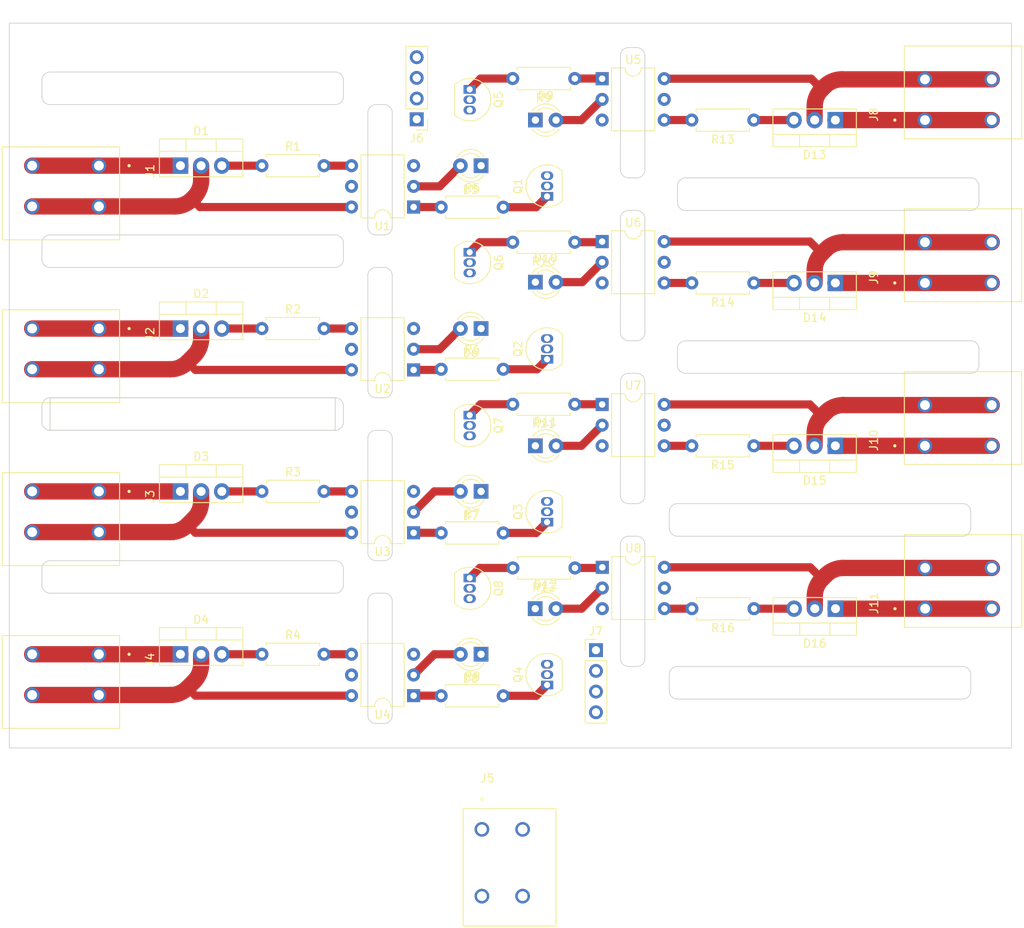
<source format=kicad_pcb>
(kicad_pcb (version 20211014) (generator pcbnew)
  (layers (0 "F.Cu" signal) (31 "B.Cu" signal) (34 "B.Paste" user) (35 "F.Paste" user) (36 "B.SilkS" user "B.Silkscreen") (37 "F.SilkS" user "F.Silkscreen") (38 "B.Mask" user) (39 "F.Mask" user) (44 "Edge.Cuts" user))
  (net 0 "")
  (net 1 "Net-(D1-Pad1)")
  (net 2 "Net-(J1-Pad2_1)")
  (net 3 "Net-(D1-Pad3)")
  (net 4 "Net-(D2-Pad1)")
  (net 5 "Net-(D2-Pad2)")
  (net 6 "Net-(D2-Pad3)")
  (net 7 "Net-(D3-Pad1)")
  (net 8 "Net-(D3-Pad2)")
  (net 9 "Net-(D3-Pad3)")
  (net 10 "Net-(D4-Pad1)")
  (net 11 "Net-(D4-Pad2)")
  (net 12 "Net-(D4-Pad3)")
  (net 13 "GND")
  (net 14 "Net-(U1-Pad2)")
  (net 15 "Net-(D6-Pad2)")
  (net 16 "Net-(D7-Pad2)")
  (net 17 "Net-(D8-Pad2)")
  (net 18 "Net-(D9-Pad2)")
  (net 19 "Net-(D10-Pad2)")
  (net 20 "Net-(D11-Pad2)")
  (net 21 "Net-(D12-Pad2)")
  (net 22 "Net-(D13-Pad1)")
  (net 23 "Net-(D13-Pad2)")
  (net 24 "Net-(D13-Pad3)")
  (net 25 "Net-(D14-Pad1)")
  (net 26 "Net-(D14-Pad2)")
  (net 27 "Net-(D14-Pad3)")
  (net 28 "Net-(D15-Pad1)")
  (net 29 "Net-(D15-Pad2)")
  (net 30 "Net-(D15-Pad3)")
  (net 31 "Net-(D16-Pad1)")
  (net 32 "Net-(D16-Pad2)")
  (net 33 "Net-(D16-Pad3)")
  (net 34 "VCC")
  (net 35 "Net-(J6-Pad1)")
  (net 36 "Net-(J6-Pad2)")
  (net 37 "Net-(J6-Pad3)")
  (net 38 "Net-(J6-Pad4)")
  (net 39 "Net-(J7-Pad1)")
  (net 40 "Net-(J7-Pad2)")
  (net 41 "Net-(J7-Pad3)")
  (net 42 "Net-(J7-Pad4)")
  (net 43 "Net-(R5-Pad2)")
  (net 44 "Net-(Q2-Pad1)")
  (net 45 "Net-(Q3-Pad1)")
  (net 46 "Net-(Q4-Pad1)")
  (net 47 "Net-(Q5-Pad1)")
  (net 48 "Net-(Q6-Pad1)")
  (net 49 "Net-(Q7-Pad1)")
  (net 50 "Net-(Q8-Pad1)")
  (net 51 "Net-(R1-Pad2)")
  (net 52 "Net-(R2-Pad2)")
  (net 53 "Net-(R3-Pad2)")
  (net 54 "Net-(R4-Pad2)")
  (net 55 "Net-(R5-Pad1)")
  (net 56 "Net-(R6-Pad1)")
  (net 57 "Net-(R7-Pad1)")
  (net 58 "Net-(R8-Pad1)")
  (net 59 "Net-(R9-Pad1)")
  (net 60 "Net-(R10-Pad1)")
  (net 61 "Net-(R11-Pad1)")
  (net 62 "Net-(R12-Pad1)")
  (net 63 "Net-(R13-Pad2)")
  (net 64 "Net-(R14-Pad2)")
  (net 65 "Net-(R15-Pad2)")
  (net 66 "Net-(R16-Pad2)")
  (footprint "Resistor_THT:R_Axial_DIN0207_L6.3mm_D2.5mm_P7.62mm_Horizontal" (layer "F.Cu") (at 155.42 129.9 180)
    (fp_text reference "R12")
    (fp_text value "470")
  )
  (footprint "LED_THT:LED_D3.0mm" (layer "F.Cu") (at 150.56 114.9)
    (fp_text reference "D11")
    (fp_text value "LED")
  )
  (footprint "Resistor_THT:R_Axial_DIN0207_L6.3mm_D2.5mm_P7.62mm_Horizontal" (layer "F.Cu") (at 155.4 109.8 180)
    (fp_text reference "R11")
    (fp_text value "470")
  )
  (footprint "Package_DIP:DIP-6_W7.62mm" (layer "F.Cu") (at 158.7575 89.82)
    (fp_text reference "U6")
    (fp_text value "MOC3063M")
  )
  (footprint "Resistor_THT:R_Axial_DIN0207_L6.3mm_D2.5mm_P7.62mm_Horizontal" (layer "F.Cu") (at 117 140.5)
    (fp_text reference "R4")
    (fp_text value "330")
  )
  (footprint "Package_TO_SOT_THT:TO-92_Inline" (layer "F.Cu") (at 142.5 131.13 -90)
    (fp_text reference "Q8")
    (fp_text value "2N3904")
  )
  (footprint "footprints:PHOENIX_1990973" (layer "F.Cu") (at 85.13 78.2 -90)
    (fp_text reference "J1")
    (fp_text value "Conn_01x02_Female")
  )
  (footprint "Package_TO_SOT_THT:TO-92_Inline" (layer "F.Cu") (at 152 104.27 90)
    (fp_text reference "Q2")
    (fp_text value "2N3904")
  )
  (footprint "LED_THT:LED_D3.0mm" (layer "F.Cu") (at 143.9 100.5 180)
    (fp_text reference "D6")
    (fp_text value "LED")
  )
  (footprint "Resistor_THT:R_Axial_DIN0207_L6.3mm_D2.5mm_P7.62mm_Horizontal" (layer "F.Cu") (at 177.3975 134.9 180)
    (fp_text reference "R16")
    (fp_text value "330")
  )
  (footprint "footprints:PHOENIX_1990973" (layer "F.Cu") (at 210.2675 137.2 90)
    (fp_text reference "J11")
    (fp_text value "Conn_01x02_Female")
  )
  (footprint "footprints:PHOENIX_1990973" (layer "F.Cu") (at 210.2475 77.2 90)
    (fp_text reference "J8")
    (fp_text value "Conn_01x02_Female")
  )
  (footprint "footprints:PHOENIX_1990973" (layer "F.Cu") (at 210.2475 117.2 90)
    (fp_text reference "J10")
    (fp_text value "Conn_01x02_Female")
  )
  (footprint "Package_TO_SOT_THT:TO-92_Inline" (layer "F.Cu") (at 152 144.27 90)
    (fp_text reference "Q4")
    (fp_text value "2N3904")
  )
  (footprint "LED_THT:LED_D3.0mm" (layer "F.Cu") (at 143.9 120.5 180)
    (fp_text reference "D7")
    (fp_text value "LED")
  )
  (footprint "Connector_PinHeader_2.54mm:PinHeader_1x04_P2.54mm_Vertical" (layer "F.Cu") (at 136 74.8 180)
    (fp_text reference "J6")
    (fp_text value "Conn_01x04_Female")
  )
  (footprint "Resistor_THT:R_Axial_DIN0207_L6.3mm_D2.5mm_P7.62mm_Horizontal" (layer "F.Cu") (at 155.4 89.9 180)
    (fp_text reference "R10")
    (fp_text value "470")
  )
  (footprint "Resistor_THT:R_Axial_DIN0207_L6.3mm_D2.5mm_P7.62mm_Horizontal" (layer "F.Cu") (at 117 100.5)
    (fp_text reference "R2")
    (fp_text value "330")
  )
  (footprint "Resistor_THT:R_Axial_DIN0207_L6.3mm_D2.5mm_P7.62mm_Horizontal" (layer "F.Cu") (at 117 80.5)
    (fp_text reference "R1")
    (fp_text value "330")
  )
  (footprint "Package_TO_SOT_THT:TO-92_Inline" (layer "F.Cu") (at 142.5 91.13 -90)
    (fp_text reference "Q6")
    (fp_text value "2N3904")
  )
  (footprint "Package_TO_SOT_THT:TO-220-3_Vertical" (layer "F.Cu") (at 187.3975 134.9 180)
    (fp_text reference "D16")
    (fp_text value "Q_TRIAC_A1A2G")
  )
  (footprint "Package_TO_SOT_THT:TO-220-3_Vertical" (layer "F.Cu") (at 187.3775 114.9 180)
    (fp_text reference "D15")
    (fp_text value "Q_TRIAC_A1A2G")
  )
  (footprint "Package_DIP:DIP-6_W7.62mm" (layer "F.Cu") (at 158.7575 109.82)
    (fp_text reference "U7")
    (fp_text value "MOC3063M")
  )
  (footprint "Resistor_THT:R_Axial_DIN0207_L6.3mm_D2.5mm_P7.62mm_Horizontal" (layer "F.Cu") (at 177.3775 114.9 180)
    (fp_text reference "R15")
    (fp_text value "330")
  )
  (footprint "LED_THT:LED_D3.0mm" (layer "F.Cu") (at 143.9 80.5 180)
    (fp_text reference "D5")
    (fp_text value "LED")
  )
  (footprint "footprints:PHOENIX_1990973" (layer "F.Cu") (at 85.13 98.2 -90)
    (fp_text reference "J2")
    (fp_text value "Conn_01x02_Female")
  )
  (footprint "Package_TO_SOT_THT:TO-220-3_Vertical" (layer "F.Cu") (at 187.3775 74.9 180)
    (fp_text reference "D13")
    (fp_text value "Q_TRIAC_A1A2G")
  )
  (footprint "Resistor_THT:R_Axial_DIN0207_L6.3mm_D2.5mm_P7.62mm_Horizontal" (layer "F.Cu") (at 139 85.6)
    (fp_text reference "R5")
    (fp_text value "470")
  )
  (footprint "Package_TO_SOT_THT:TO-220-3_Vertical" (layer "F.Cu") (at 107 120.5)
    (fp_text reference "D3")
    (fp_text value "Q_TRIAC_A1A2G")
  )
  (footprint "Resistor_THT:R_Axial_DIN0207_L6.3mm_D2.5mm_P7.62mm_Horizontal" (layer "F.Cu") (at 177.3775 74.9 180)
    (fp_text reference "R13")
    (fp_text value "330")
  )
  (footprint "Resistor_THT:R_Axial_DIN0207_L6.3mm_D2.5mm_P7.62mm_Horizontal" (layer "F.Cu") (at 139 125.6)
    (fp_text reference "R7")
    (fp_text value "470")
  )
  (footprint "Package_TO_SOT_THT:TO-220-3_Vertical" (layer "F.Cu") (at 107 140.5)
    (fp_text reference "D4")
    (fp_text value "Q_TRIAC_A1A2G")
  )
  (footprint "Package_TO_SOT_THT:TO-92_Inline" (layer "F.Cu") (at 142.5 111.13 -90)
    (fp_text reference "Q7")
    (fp_text value "2N3904")
  )
  (footprint "Resistor_THT:R_Axial_DIN0207_L6.3mm_D2.5mm_P7.62mm_Horizontal" (layer "F.Cu") (at 139 145.6)
    (fp_text reference "R8")
    (fp_text value "470")
  )
  (footprint "LED_THT:LED_D3.0mm" (layer "F.Cu") (at 150.545 134.9)
    (fp_text reference "D12")
    (fp_text value "LED")
  )
  (footprint "Package_TO_SOT_THT:TO-92_Inline" (layer "F.Cu") (at 142.5 71.13 -90)
    (fp_text reference "Q5")
    (fp_text value "2N3904")
  )
  (footprint "LED_THT:LED_D3.0mm" (layer "F.Cu") (at 143.9 140.5 180)
    (fp_text reference "D8")
    (fp_text value "LED")
  )
  (footprint "Resistor_THT:R_Axial_DIN0207_L6.3mm_D2.5mm_P7.62mm_Horizontal" (layer "F.Cu") (at 139 105.5)
    (fp_text reference "R6")
    (fp_text value "470")
  )
  (footprint "footprints:PHOENIX_1990973" (layer "F.Cu") (at 85.13 118.2 -90)
    (fp_text reference "J3")
    (fp_text value "Conn_01x02_Female")
  )
  (footprint "LED_THT:LED_D3.0mm" (layer "F.Cu") (at 150.56 94.8)
    (fp_text reference "D10")
    (fp_text value "LED")
  )
  (footprint "Package_DIP:DIP-6_W7.62mm" (layer "F.Cu") (at 158.7775 129.82)
    (fp_text reference "U8")
    (fp_text value "MOC3063M")
  )
  (footprint "Package_TO_SOT_THT:TO-92_Inline" (layer "F.Cu") (at 152 84.27 90)
    (fp_text reference "Q1")
    (fp_text value "2N3904")
  )
  (footprint "Resistor_THT:R_Axial_DIN0207_L6.3mm_D2.5mm_P7.62mm_Horizontal" (layer "F.Cu") (at 177.3775 94.9 180)
    (fp_text reference "R14")
    (fp_text value "330")
  )
  (footprint "footprints:PHOENIX_1990973" (layer "F.Cu") (at 85.13 138.2 -90)
    (fp_text reference "J4")
    (fp_text value "Conn_01x02_Female")
  )
  (footprint "Package_DIP:DIP-6_W7.62mm" (layer "F.Cu") (at 158.7575 69.82)
    (fp_text reference "U5")
    (fp_text value "MOC3063M")
  )
  (footprint "Package_DIP:DIP-6_W7.62mm" (layer "F.Cu") (at 135.62 125.58 180)
    (fp_text reference "U3")
    (fp_text value "MOC3063M")
  )
  (footprint "Package_TO_SOT_THT:TO-220-3_Vertical" (layer "F.Cu") (at 107 80.5)
    (fp_text reference "D1")
    (fp_text value "Q_TRIAC_A1A2G")
  )
  (footprint "Package_TO_SOT_THT:TO-220-3_Vertical" (layer "F.Cu") (at 187.3775 94.9 180)
    (fp_text reference "D14")
    (fp_text value "Q_TRIAC_A1A2G")
  )
  (footprint "footprints:PHOENIX_1990973" (layer "F.Cu") (at 141.7 173.87)
    (fp_text reference "J5")
    (fp_text value "Conn_01x02_Female")
  )
  (footprint "LED_THT:LED_D3.0mm" (layer "F.Cu") (at 150.56 74.9)
    (fp_text reference "D9")
    (fp_text value "LED")
  )
  (footprint "Package_DIP:DIP-6_W7.62mm" (layer "F.Cu") (at 135.62 85.58 180)
    (fp_text reference "U1")
    (fp_text value "MOC3063M")
  )
  (footprint "footprints:PHOENIX_1990973" (layer "F.Cu") (at 210.2475 97.2 90)
    (fp_text reference "J9")
    (fp_text value "Conn_01x02_Female")
  )
  (footprint "Resistor_THT:R_Axial_DIN0207_L6.3mm_D2.5mm_P7.62mm_Horizontal" (layer "F.Cu") (at 155.4 69.8 180)
    (fp_text reference "R9")
    (fp_text value "470")
  )
  (footprint "Connector_PinHeader_2.54mm:PinHeader_1x04_P2.54mm_Vertical" (layer "F.Cu") (at 158 140)
    (fp_text reference "J7")
    (fp_text value "Conn_01x04_Female")
  )
  (footprint "Resistor_THT:R_Axial_DIN0207_L6.3mm_D2.5mm_P7.62mm_Horizontal" (layer "F.Cu") (at 117 120.5)
    (fp_text reference "R3")
    (fp_text value "330")
  )
  (footprint "Package_TO_SOT_THT:TO-220-3_Vertical" (layer "F.Cu") (at 107 100.5)
    (fp_text reference "D2")
    (fp_text value "Q_TRIAC_A1A2G")
  )
  (footprint "Package_DIP:DIP-6_W7.62mm" (layer "F.Cu") (at 135.62 105.58 180)
    (fp_text reference "U2")
    (fp_text value "MOC3063M")
  )
  (footprint "Package_TO_SOT_THT:TO-92_Inline" (layer "F.Cu") (at 152 124.27 90)
    (fp_text reference "Q3")
    (fp_text value "2N3904")
  )
  (footprint "Package_DIP:DIP-6_W7.62mm" (layer "F.Cu") (at 135.62 145.58 180)
    (fp_text reference "U4")
    (fp_text value "MOC3063M")
  )
  (gr_line (start 203 146) (end 168 146) (layer "Edge.Cuts") (width 0.1))
  (gr_line (start 169 82) (end 204 82) (layer "Edge.Cuts") (width 0.1))
  (gr_line (start 91 129) (end 126 129) (layer "Edge.Cuts") (width 0.1))
  (gr_line (start 91 109) (end 126 109) (layer "Edge.Cuts") (width 0.1))
  (gr_arc (start 161 107) (mid 161.292893 106.292893) (end 162 106) (layer "Edge.Cuts") (width 0.1))
  (gr_arc (start 204 125) (mid 203.707107 125.707107) (end 203 126) (layer "Edge.Cuts") (width 0.1))
  (gr_arc (start 131 129) (mid 130.292893 128.707107) (end 130 128) (layer "Edge.Cuts") (width 0.1))
  (gr_line (start 203 126) (end 168 126) (layer "Edge.Cuts") (width 0.1))
  (gr_line (start 127 130) (end 127 132) (layer "Edge.Cuts") (width 0.1))
  (gr_arc (start 127 112) (mid 126.707107 112.707107) (end 126 113) (layer "Edge.Cuts") (width 0.1))
  (gr_arc (start 163 126) (mid 163.707107 126.292893) (end 164 127) (layer "Edge.Cuts") (width 0.1))
  (gr_arc (start 133 148) (mid 132.707107 148.707107) (end 132 149) (layer "Edge.Cuts") (width 0.1))
  (gr_line (start 126 113) (end 91 113) (layer "Edge.Cuts") (width 0.1))
  (gr_line (start 167 123) (end 167 125) (layer "Edge.Cuts") (width 0.1))
  (gr_line (start 164 121) (end 164 107) (layer "Edge.Cuts") (width 0.1))
  (gr_line (start 205 83) (end 205 85) (layer "Edge.Cuts") (width 0.1))
  (gr_line (start 204 106) (end 169 106) (layer "Edge.Cuts") (width 0.1))
  (gr_line (start 205 103) (end 205 105) (layer "Edge.Cuts") (width 0.1))
  (gr_arc (start 132 113) (mid 132.707107 113.292893) (end 133 114) (layer "Edge.Cuts") (width 0.1))
  (gr_line (start 161 67) (end 161 81) (layer "Edge.Cuts") (width 0.1))
  (gr_line (start 162 126) (end 163 126) (layer "Edge.Cuts") (width 0.1))
  (gr_line (start 90 90) (end 90 92) (layer "Edge.Cuts") (width 0.1))
  (gr_line (start 131 133) (end 132 133) (layer "Edge.Cuts") (width 0.1))
  (gr_arc (start 130 134) (mid 130.292893 133.292893) (end 131 133) (layer "Edge.Cuts") (width 0.1))
  (gr_rect (start 91 109) (end 126 113) (layer "Edge.Cuts") (width 0.1) (fill none))
  (gr_arc (start 204 82) (mid 204.707107 82.292893) (end 205 83) (layer "Edge.Cuts") (width 0.1))
  (gr_arc (start 204 102) (mid 204.707107 102.292893) (end 205 103) (layer "Edge.Cuts") (width 0.1))
  (gr_line (start 131 113) (end 132 113) (layer "Edge.Cuts") (width 0.1))
  (gr_arc (start 132 73) (mid 132.707107 73.292893) (end 133 74) (layer "Edge.Cuts") (width 0.1))
  (gr_line (start 130 114) (end 130 128) (layer "Edge.Cuts") (width 0.1))
  (gr_arc (start 133 88) (mid 132.707107 88.707107) (end 132 89) (layer "Edge.Cuts") (width 0.1))
  (gr_line (start 90 130) (end 90 132) (layer "Edge.Cuts") (width 0.1))
  (gr_arc (start 126 89) (mid 126.707107 89.292893) (end 127 90) (layer "Edge.Cuts") (width 0.1))
  (gr_line (start 162 82) (end 163 82) (layer "Edge.Cuts") (width 0.1))
  (gr_line (start 133 88) (end 133 74) (layer "Edge.Cuts") (width 0.1))
  (gr_line (start 133 128) (end 133 114) (layer "Edge.Cuts") (width 0.1))
  (gr_arc (start 163 106) (mid 163.707107 106.292893) (end 164 107) (layer "Edge.Cuts") (width 0.1))
  (gr_arc (start 90 130) (mid 90.292893 129.292893) (end 91 129) (layer "Edge.Cuts") (width 0.1))
  (gr_line (start 126 93) (end 91 93) (layer "Edge.Cuts") (width 0.1))
  (gr_arc (start 91 73) (mid 90.292893 72.707107) (end 90 72) (layer "Edge.Cuts") (width 0.1))
  (gr_line (start 168 103) (end 168 105) (layer "Edge.Cuts") (width 0.1))
  (gr_line (start 162 142) (end 163 142) (layer "Edge.Cuts") (width 0.1))
  (gr_arc (start 126 129) (mid 126.707107 129.292893) (end 127 130) (layer "Edge.Cuts") (width 0.1))
  (gr_line (start 131 149) (end 132 149) (layer "Edge.Cuts") (width 0.1))
  (gr_line (start 131 109) (end 132 109) (layer "Edge.Cuts") (width 0.1))
  (gr_arc (start 130 114) (mid 130.292893 113.292893) (end 131 113) (layer "Edge.Cuts") (width 0.1))
  (gr_line (start 130 74) (end 130 88) (layer "Edge.Cuts") (width 0.1))
  (gr_arc (start 161 67) (mid 161.292893 66.292893) (end 162 66) (layer "Edge.Cuts") (width 0.1))
  (gr_line (start 164 81) (end 164 67) (layer "Edge.Cuts") (width 0.1))
  (gr_arc (start 204 145) (mid 203.707107 145.707107) (end 203 146) (layer "Edge.Cuts") (width 0.1))
  (gr_arc (start 203 142) (mid 203.707107 142.292893) (end 204 143) (layer "Edge.Cuts") (width 0.1))
  (gr_line (start 131 73) (end 132 73) (layer "Edge.Cuts") (width 0.1))
  (gr_arc (start 164 101) (mid 163.707107 101.707107) (end 163 102) (layer "Edge.Cuts") (width 0.1))
  (gr_line (start 162 122) (end 163 122) (layer "Edge.Cuts") (width 0.1))
  (gr_arc (start 90 110) (mid 90.292893 109.292893) (end 91 109) (layer "Edge.Cuts") (width 0.1))
  (gr_arc (start 90 70) (mid 90.292893 69.292893) (end 91 69) (layer "Edge.Cuts") (width 0.1))
  (gr_line (start 169 102) (end 204 102) (layer "Edge.Cuts") (width 0.1))
  (gr_arc (start 130 74) (mid 130.292893 73.292893) (end 131 73) (layer "Edge.Cuts") (width 0.1))
  (gr_line (start 91 69) (end 126 69) (layer "Edge.Cuts") (width 0.1))
  (gr_arc (start 127 72) (mid 126.707107 72.707107) (end 126 73) (layer "Edge.Cuts") (width 0.1))
  (gr_arc (start 126 69) (mid 126.707107 69.292893) (end 127 70) (layer "Edge.Cuts") (width 0.1))
  (gr_line (start 131 129) (end 132 129) (layer "Edge.Cuts") (width 0.1))
  (gr_arc (start 133 128) (mid 132.707107 128.707107) (end 132 129) (layer "Edge.Cuts") (width 0.1))
  (gr_line (start 164 141) (end 164 127) (layer "Edge.Cuts") (width 0.1))
  (gr_arc (start 161 87) (mid 161.292893 86.292893) (end 162 86) (layer "Edge.Cuts") (width 0.1))
  (gr_line (start 90 110) (end 90 112) (layer "Edge.Cuts") (width 0.1))
  (gr_arc (start 131 149) (mid 130.292893 148.707107) (end 130 148) (layer "Edge.Cuts") (width 0.1))
  (gr_line (start 127 110) (end 127 112) (layer "Edge.Cuts") (width 0.1))
  (gr_line (start 90 70) (end 90 72) (layer "Edge.Cuts") (width 0.1))
  (gr_line (start 126 73) (end 91 73) (layer "Edge.Cuts") (width 0.1))
  (gr_line (start 127 90) (end 127 92) (layer "Edge.Cuts") (width 0.1))
  (gr_line (start 204 143) (end 204 145) (layer "Edge.Cuts") (width 0.1))
  (gr_line (start 204 86) (end 169 86) (layer "Edge.Cuts") (width 0.1))
  (gr_arc (start 205 105) (mid 204.707107 105.707107) (end 204 106) (layer "Edge.Cuts") (width 0.1))
  (gr_arc (start 163 66) (mid 163.707107 66.292893) (end 164 67) (layer "Edge.Cuts") (width 0.1))
  (gr_arc (start 91 93) (mid 90.292893 92.707107) (end 90 92) (layer "Edge.Cuts") (width 0.1))
  (gr_arc (start 90 90) (mid 90.292893 89.292893) (end 91 89) (layer "Edge.Cuts") (width 0.1))
  (gr_line (start 162 66) (end 163 66) (layer "Edge.Cuts") (width 0.1))
  (gr_line (start 162 86) (end 163 86) (layer "Edge.Cuts") (width 0.1))
  (gr_arc (start 205 85) (mid 204.707107 85.707107) (end 204 86) (layer "Edge.Cuts") (width 0.1))
  (gr_line (start 133 148) (end 133 134) (layer "Edge.Cuts") (width 0.1))
  (gr_line (start 91 89) (end 126 89) (layer "Edge.Cuts") (width 0.1))
  (gr_arc (start 162 102) (mid 161.292893 101.707107) (end 161 101) (layer "Edge.Cuts") (width 0.1))
  (gr_arc (start 127 92) (mid 126.707107 92.707107) (end 126 93) (layer "Edge.Cuts") (width 0.1))
  (gr_arc (start 168 126) (mid 167.292893 125.707107) (end 167 125) (layer "Edge.Cuts") (width 0.1))
  (gr_arc (start 168 146) (mid 167.292893 145.707107) (end 167 145) (layer "Edge.Cuts") (width 0.1))
  (gr_arc (start 163 86) (mid 163.707107 86.292893) (end 164 87) (layer "Edge.Cuts") (width 0.1))
  (gr_line (start 164 101) (end 164 87) (layer "Edge.Cuts") (width 0.1))
  (gr_rect (start 86 63) (end 209 152) (layer "Edge.Cuts") (width 0.1) (fill none))
  (gr_line (start 130 94) (end 130 108) (layer "Edge.Cuts") (width 0.1))
  (gr_arc (start 91 113) (mid 90.292893 112.707107) (end 90 112) (layer "Edge.Cuts") (width 0.1))
  (gr_line (start 126 133) (end 91 133) (layer "Edge.Cuts") (width 0.1))
  (gr_arc (start 169 86) (mid 168.292893 85.707107) (end 168 85) (layer "Edge.Cuts") (width 0.1))
  (gr_line (start 131 93) (end 132 93) (layer "Edge.Cuts") (width 0.1))
  (gr_arc (start 91 133) (mid 90.292893 132.707107) (end 90 132) (layer "Edge.Cuts") (width 0.1))
  (gr_arc (start 164 141) (mid 163.707107 141.707107) (end 163 142) (layer "Edge.Cuts") (width 0.1))
  (gr_arc (start 132 133) (mid 132.707107 133.292893) (end 133 134) (layer "Edge.Cuts") (width 0.1))
  (gr_arc (start 133 108) (mid 132.707107 108.707107) (end 132 109) (layer "Edge.Cuts") (width 0.1))
  (gr_arc (start 132 93) (mid 132.707107 93.292893) (end 133 94) (layer "Edge.Cuts") (width 0.1))
  (gr_line (start 130 134) (end 130 148) (layer "Edge.Cuts") (width 0.1))
  (gr_arc (start 131 109) (mid 130.292893 108.707107) (end 130 108) (layer "Edge.Cuts") (width 0.1))
  (gr_arc (start 130 94) (mid 130.292893 93.292893) (end 131 93) (layer "Edge.Cuts") (width 0.1))
  (gr_line (start 162 102) (end 163 102) (layer "Edge.Cuts") (width 0.1))
  (gr_arc (start 162 82) (mid 161.292893 81.707107) (end 161 81) (layer "Edge.Cuts") (width 0.1))
  (gr_arc (start 162 142) (mid 161.292893 141.707107) (end 161 141) (layer "Edge.Cuts") (width 0.1))
  (gr_line (start 204 123) (end 204 125) (layer "Edge.Cuts") (width 0.1))
  (gr_arc (start 161 127) (mid 161.292893 126.292893) (end 162 126) (layer "Edge.Cuts") (width 0.1))
  (gr_line (start 127 70) (end 127 72) (layer "Edge.Cuts") (width 0.1))
  (gr_arc (start 167 143) (mid 167.292893 142.292893) (end 168 142) (layer "Edge.Cuts") (width 0.1))
  (gr_arc (start 126 109) (mid 126.707107 109.292893) (end 127 110) (layer "Edge.Cuts") (width 0.1))
  (gr_line (start 133 108) (end 133 94) (layer "Edge.Cuts") (width 0.1))
  (gr_arc (start 168 83) (mid 168.292893 82.292893) (end 169 82) (layer "Edge.Cuts") (width 0.1))
  (gr_arc (start 127 132) (mid 126.707107 132.707107) (end 126 133) (layer "Edge.Cuts") (width 0.1))
  (gr_arc (start 164 81) (mid 163.707107 81.707107) (end 163 82) (layer "Edge.Cuts") (width 0.1))
  (gr_line (start 161 87) (end 161 101) (layer "Edge.Cuts") (width 0.1))
  (gr_arc (start 203 122) (mid 203.707107 122.292893) (end 204 123) (layer "Edge.Cuts") (width 0.1))
  (gr_line (start 161 127) (end 161 141) (layer "Edge.Cuts") (width 0.1))
  (gr_line (start 131 89) (end 132 89) (layer "Edge.Cuts") (width 0.1))
  (gr_arc (start 167 123) (mid 167.292893 122.292893) (end 168 122) (layer "Edge.Cuts") (width 0.1))
  (gr_line (start 167 143) (end 167 145) (layer "Edge.Cuts") (width 0.1))
  (gr_arc (start 168 103) (mid 168.292893 102.292893) (end 169 102) (layer "Edge.Cuts") (width 0.1))
  (gr_arc (start 162 122) (mid 161.292893 121.707107) (end 161 121) (layer "Edge.Cuts") (width 0.1))
  (gr_line (start 162 106) (end 163 106) (layer "Edge.Cuts") (width 0.1))
  (gr_line (start 168 122) (end 203 122) (layer "Edge.Cuts") (width 0.1))
  (gr_line (start 168 142) (end 203 142) (layer "Edge.Cuts") (width 0.1))
  (gr_arc (start 131 89) (mid 130.292893 88.707107) (end 130 88) (layer "Edge.Cuts") (width 0.1))
  (gr_line (start 161 107) (end 161 121) (layer "Edge.Cuts") (width 0.1))
  (gr_arc (start 169 106) (mid 168.292893 105.707107) (end 168 105) (layer "Edge.Cuts") (width 0.1))
  (gr_arc (start 164 121) (mid 163.707107 121.707107) (end 163 122) (layer "Edge.Cuts") (width 0.1))
  (gr_line (start 168 83) (end 168 85) (layer "Edge.Cuts") (width 0.1))
  (segment (start 97 80.5) (end 107 80.5) (width 2) (layer "F.Cu") (net 1))
  (segment (start 88.8 80.5) (end 97 80.5) (width 2) (layer "F.Cu") (net 1))
  (segment (start 88.8 85.5) (end 97 85.5) (width 2) (layer "F.Cu") (net 2))
  (segment (start 97.08 85.58) (end 97 85.5) (width 1) (layer "F.Cu") (net 2))
  (segment (start 109.377358 85.58) (end 108.418679 84.621321) (width 1) (layer "F.Cu") (net 2))
  (segment (start 106.297359 85.5) (end 97 85.5) (width 2) (layer "F.Cu") (net 2))
  (segment (start 108.66132 84.37868) (end 108.418679 84.621321) (width 2) (layer "F.Cu") (net 2))
  (segment (start 128 85.58) (end 109.377358 85.58) (width 1) (layer "F.Cu") (net 2))
  (segment (start 109.54 80.5) (end 109.54 82.257359) (width 2) (layer "F.Cu") (net 2))
  (arc (start 108.418679 84.621321) (mid 107.445409 85.271639) (end 106.297359 85.5) (width 2) (layer "F.Cu") (net 2))
  (arc (start 108.66132 84.37868) (mid 109.311639 83.40541) (end 109.54 82.257359) (width 2) (layer "F.Cu") (net 2))
  (segment (start 112.08 80.5) (end 117 80.5) (width 1) (layer "F.Cu") (net 3))
  (segment (start 88.8 100.5) (end 97 100.5) (width 2) (layer "F.Cu") (net 4))
  (segment (start 97 100.5) (end 107 100.5) (width 2) (layer "F.Cu") (net 4))
  (segment (start 108.837358 105.58) (end 107.878679 104.621321) (width 1) (layer "F.Cu") (net 5))
  (segment (start 97 105.5) (end 88.8 105.5) (width 2) (layer "F.Cu") (net 5))
  (segment (start 108.66132 103.83868) (end 107.878679 104.621321) (width 2) (layer "F.Cu") (net 5))
  (segment (start 109.54 100.5) (end 109.54 101.717359) (width 2) (layer "F.Cu") (net 5))
  (segment (start 128 105.58) (end 108.837358 105.58) (width 1) (layer "F.Cu") (net 5))
  (segment (start 105.757359 105.5) (end 97 105.5) (width 2) (layer "F.Cu") (net 5))
  (arc (start 108.66132 103.83868) (mid 109.311639 102.86541) (end 109.54 101.717359) (width 2) (layer "F.Cu") (net 5))
  (arc (start 105.757359 105.5) (mid 106.905409 105.271639) (end 107.878679 104.621321) (width 2) (layer "F.Cu") (net 5))
  (segment (start 112.08 100.5) (end 117 100.5) (width 1) (layer "F.Cu") (net 6))
  (segment (start 88.8 120.5) (end 97 120.5) (width 2) (layer "F.Cu") (net 7))
  (segment (start 107 120.5) (end 97 120.5) (width 2) (layer "F.Cu") (net 7))
  (segment (start 108.837358 125.58) (end 107.878679 124.621321) (width 1) (layer "F.Cu") (net 8))
  (segment (start 97 125.5) (end 88.8 125.5) (width 2) (layer "F.Cu") (net 8))
  (segment (start 105.757359 125.5) (end 97 125.5) (width 2) (layer "F.Cu") (net 8))
  (segment (start 108.66132 123.83868) (end 107.878679 124.621321) (width 2) (layer "F.Cu") (net 8))
  (segment (start 109.54 120.5) (end 109.54 121.717359) (width 2) (layer "F.Cu") (net 8))
  (segment (start 128 125.58) (end 108.837358 125.58) (width 1) (layer "F.Cu") (net 8))
  (arc (start 107.878679 124.621321) (mid 106.905409 125.271639) (end 105.757359 125.5) (width 2) (layer "F.Cu") (net 8))
  (arc (start 108.66132 123.83868) (mid 109.311639 122.86541) (end 109.54 121.717359) (width 2) (layer "F.Cu") (net 8))
  (segment (start 117 120.5) (end 112.08 120.5) (width 1) (layer "F.Cu") (net 9))
  (segment (start 97 140.5) (end 107 140.5) (width 2) (layer "F.Cu") (net 10))
  (segment (start 88.8 140.5) (end 97 140.5) (width 2) (layer "F.Cu") (net 10))
  (segment (start 109.54 140.5) (end 109.54 141.717359) (width 2) (layer "F.Cu") (net 11))
  (segment (start 88.8 145.5) (end 97 145.5) (width 2) (layer "F.Cu") (net 11))
  (segment (start 105.757359 145.5) (end 97 145.5) (width 2) (layer "F.Cu") (net 11))
  (segment (start 108.837358 145.58) (end 107.878679 144.621321) (width 1) (layer "F.Cu") (net 11))
  (segment (start 108.66132 143.83868) (end 107.878679 144.621321) (width 2) (layer "F.Cu") (net 11))
  (segment (start 128 145.58) (end 108.837358 145.58) (width 1) (layer "F.Cu") (net 11))
  (arc (start 105.757359 145.5) (mid 106.905409 145.271639) (end 107.878679 144.621321) (width 2) (layer "F.Cu") (net 11))
  (arc (start 109.54 141.717359) (mid 109.311638 142.86541) (end 108.66132 143.83868) (width 2) (layer "F.Cu") (net 11))
  (segment (start 112.08 140.5) (end 117 140.5) (width 1) (layer "F.Cu") (net 12))
  (segment (start 138.82 83.04) (end 141.36 80.5) (width 1) (layer "F.Cu") (net 14))
  (segment (start 135.62 83.04) (end 138.82 83.04) (width 1) (layer "F.Cu") (net 14))
  (segment (start 135.62 103.04) (end 138.82 103.04) (width 1) (layer "F.Cu") (net 15))
  (segment (start 138.82 103.04) (end 141.36 100.5) (width 1) (layer "F.Cu") (net 15))
  (segment (start 141.36 120.5) (end 138.16 120.5) (width 1) (layer "F.Cu") (net 16))
  (segment (start 138.16 120.5) (end 135.62 123.04) (width 1) (layer "F.Cu") (net 16))
  (segment (start 141.36 140.5) (end 138.16 140.5) (width 1) (layer "F.Cu") (net 17))
  (segment (start 138.16 140.5) (end 135.62 143.04) (width 1) (layer "F.Cu") (net 17))
  (segment (start 153.1 74.9) (end 156.2175 74.9) (width 1) (layer "F.Cu") (net 18))
  (segment (start 156.2175 74.9) (end 158.7575 72.36) (width 1) (layer "F.Cu") (net 18))
  (segment (start 156.3175 94.8) (end 158.7575 92.36) (width 1) (layer "F.Cu") (net 19))
  (segment (start 153.1 94.8) (end 156.3175 94.8) (width 1) (layer "F.Cu") (net 19))
  (segment (start 153.1 114.9) (end 156.2175 114.9) (width 1) (layer "F.Cu") (net 20))
  (segment (start 156.2175 114.9) (end 158.7575 112.36) (width 1) (layer "F.Cu") (net 20))
  (segment (start 153.085 134.9) (end 156.2375 134.9) (width 1) (layer "F.Cu") (net 21))
  (segment (start 156.2375 134.9) (end 158.7775 132.36) (width 1) (layer "F.Cu") (net 21))
  (segment (start 206.5775 74.9) (end 198.3775 74.9) (width 2) (layer "F.Cu") (net 22))
  (segment (start 198.3775 74.9) (end 187.3775 74.9) (width 2) (layer "F.Cu") (net 22))
  (segment (start 185.71618 71.11632) (end 186.053821 70.778679) (width 2) (layer "F.Cu") (net 23))
  (segment (start 206.5775 69.9) (end 198.3775 69.9) (width 2) (layer "F.Cu") (net 23))
  (segment (start 166.3775 69.82) (end 184.41986 69.82) (width 1) (layer "F.Cu") (net 23))
  (segment (start 184.8375 74.9) (end 184.8375 73.237641) (width 2) (layer "F.Cu") (net 23))
  (segment (start 188.175141 69.9) (end 198.3775 69.9) (width 2) (layer "F.Cu") (net 23))
  (segment (start 184.41986 69.82) (end 185.71618 71.11632) (width 1) (layer "F.Cu") (net 23))
  (arc (start 188.175141 69.9) (mid 187.027091 70.128361) (end 186.053821 70.778679) (width 2) (layer "F.Cu") (net 23))
  (arc (start 184.8375 73.237641) (mid 185.065862 72.08959) (end 185.71618 71.11632) (width 2) (layer "F.Cu") (net 23))
  (segment (start 177.3775 74.9) (end 182.2975 74.9) (width 1) (layer "F.Cu") (net 24))
  (segment (start 187.3775 94.9) (end 198.3775 94.9) (width 2) (layer "F.Cu") (net 25))
  (segment (start 198.3775 94.9) (end 206.5775 94.9) (width 2) (layer "F.Cu") (net 25))
  (segment (start 166.3775 89.82) (end 184.25236 89.82) (width 1) (layer "F.Cu") (net 26))
  (segment (start 184.25236 89.82) (end 185.71618 91.28382) (width 1) (layer "F.Cu") (net 26))
  (segment (start 206.5775 89.9) (end 198.3775 89.9) (width 2) (layer "F.Cu") (net 26))
  (segment (start 184.8375 94.9) (end 184.8375 93.405141) (width 2) (layer "F.Cu") (net 26))
  (segment (start 188.342641 89.9) (end 198.3775 89.9) (width 2) (layer "F.Cu") (net 26))
  (segment (start 185.71618 91.28382) (end 186.221321 90.778679) (width 2) (layer "F.Cu") (net 26))
  (arc (start 188.342641 89.9) (mid 187.194591 90.128361) (end 186.221321 90.778679) (width 2) (layer "F.Cu") (net 26))
  (arc (start 184.8375 93.405141) (mid 185.065862 92.25709) (end 185.71618 91.28382) (width 2) (layer "F.Cu") (net 26))
  (segment (start 182.2975 94.9) (end 177.3775 94.9) (width 1) (layer "F.Cu") (net 27))
  (segment (start 198.3775 114.9) (end 206.5775 114.9) (width 2) (layer "F.Cu") (net 28))
  (segment (start 187.3775 114.9) (end 198.3775 114.9) (width 2) (layer "F.Cu") (net 28))
  (segment (start 184.8375 114.9) (end 184.8375 113.405141) (width 2) (layer "F.Cu") (net 29))
  (segment (start 166.3775 109.82) (end 184.25236 109.82) (width 1) (layer "F.Cu") (net 29))
  (segment (start 184.25236 109.82) (end 185.71618 111.28382) (width 1) (layer "F.Cu") (net 29))
  (segment (start 198.3775 109.9) (end 206.5775 109.9) (width 2) (layer "F.Cu") (net 29))
  (segment (start 188.342641 109.9) (end 198.3775 109.9) (width 2) (layer "F.Cu") (net 29))
  (segment (start 185.71618 111.28382) (end 186.221321 110.778679) (width 2) (layer "F.Cu") (net 29))
  (arc (start 184.8375 113.405141) (mid 185.065862 112.25709) (end 185.71618 111.28382) (width 2) (layer "F.Cu") (net 29))
  (arc (start 186.221321 110.778679) (mid 187.194591 110.128361) (end 188.342641 109.9) (width 2) (layer "F.Cu") (net 29))
  (segment (start 177.3775 114.9) (end 182.2975 114.9) (width 1) (layer "F.Cu") (net 30))
  (segment (start 206.5975 134.9) (end 198.3975 134.9) (width 2) (layer "F.Cu") (net 31))
  (segment (start 198.3975 134.9) (end 187.3975 134.9) (width 2) (layer "F.Cu") (net 31))
  (segment (start 188.342641 129.9) (end 198.3975 129.9) (width 2) (layer "F.Cu") (net 32))
  (segment (start 184.8575 134.9) (end 184.8575 133.385141) (width 2) (layer "F.Cu") (net 32))
  (segment (start 185.73618 131.26382) (end 186.221321 130.778679) (width 2) (layer "F.Cu") (net 32))
  (segment (start 166.3975 129.82) (end 184.29236 129.82) (width 1) (layer "F.Cu") (net 32))
  (segment (start 198.3975 129.9) (end 206.5975 129.9) (width 2) (layer "F.Cu") (net 32))
  (segment (start 184.29236 129.82) (end 185.73618 131.26382) (width 1) (layer "F.Cu") (net 32))
  (arc (start 188.342641 129.9) (mid 187.194591 130.128361) (end 186.221321 130.778679) (width 2) (layer "F.Cu") (net 32))
  (arc (start 184.8575 133.385141) (mid 185.085862 132.23709) (end 185.73618 131.26382) (width 2) (layer "F.Cu") (net 32))
  (segment (start 182.3175 134.9) (end 177.3975 134.9) (width 1) (layer "F.Cu") (net 33))
  (segment (start 146.62 85.6) (end 150.67 85.6) (width 1) (layer "F.Cu") (net 43))
  (segment (start 150.67 85.6) (end 152 84.27) (width 1) (layer "F.Cu") (net 43))
  (segment (start 150.77 105.5) (end 152 104.27) (width 1) (layer "F.Cu") (net 44))
  (segment (start 146.62 105.5) (end 150.77 105.5) (width 1) (layer "F.Cu") (net 44))
  (segment (start 150.67 125.6) (end 152 124.27) (width 1) (layer "F.Cu") (net 45))
  (segment (start 146.62 125.6) (end 150.67 125.6) (width 1) (layer "F.Cu") (net 45))
  (segment (start 146.62 145.6) (end 150.67 145.6) (width 1) (layer "F.Cu") (net 46))
  (segment (start 150.67 145.6) (end 152 144.27) (width 1) (layer "F.Cu") (net 46))
  (segment (start 143.83 69.8) (end 142.5 71.13) (width 1) (layer "F.Cu") (net 47))
  (segment (start 147.78 69.8) (end 143.83 69.8) (width 1) (layer "F.Cu") (net 47))
  (segment (start 143.73 89.9) (end 142.5 91.13) (width 1) (layer "F.Cu") (net 48))
  (segment (start 147.78 89.9) (end 143.73 89.9) (width 1) (layer "F.Cu") (net 48))
  (segment (start 147.78 109.8) (end 143.83 109.8) (width 1) (layer "F.Cu") (net 49))
  (segment (start 143.83 109.8) (end 142.5 111.13) (width 1) (layer "F.Cu") (net 49))
  (segment (start 147.8 129.9) (end 143.73 129.9) (width 1) (layer "F.Cu") (net 50))
  (segment (start 143.73 129.9) (end 142.5 131.13) (width 1) (layer "F.Cu") (net 50))
  (segment (start 124.62 80.5) (end 128 80.5) (width 1) (layer "F.Cu") (net 51))
  (segment (start 124.62 100.5) (end 128 100.5) (width 1) (layer "F.Cu") (net 52))
  (segment (start 128 120.5) (end 124.62 120.5) (width 1) (layer "F.Cu") (net 53))
  (segment (start 124.62 140.5) (end 128 140.5) (width 1) (layer "F.Cu") (net 54))
  (segment (start 138.98 85.58) (end 139 85.6) (width 1) (layer "F.Cu") (net 55))
  (segment (start 135.62 85.58) (end 138.98 85.58) (width 1) (layer "F.Cu") (net 55))
  (segment (start 138.92 105.58) (end 139 105.5) (width 1) (layer "F.Cu") (net 56))
  (segment (start 135.62 105.58) (end 138.92 105.58) (width 1) (layer "F.Cu") (net 56))
  (segment (start 138.98 125.58) (end 139 125.6) (width 1) (layer "F.Cu") (net 57))
  (segment (start 135.62 125.58) (end 138.98 125.58) (width 1) (layer "F.Cu") (net 57))
  (segment (start 135.62 145.58) (end 138.98 145.58) (width 1) (layer "F.Cu") (net 58))
  (segment (start 138.98 145.58) (end 139 145.6) (width 1) (layer "F.Cu") (net 58))
  (segment (start 155.4 69.8) (end 158.7375 69.8) (width 1) (layer "F.Cu") (net 59))
  (segment (start 158.7375 69.8) (end 158.7575 69.82) (width 1) (layer "F.Cu") (net 59))
  (segment (start 158.6775 89.9) (end 158.7575 89.82) (width 1) (layer "F.Cu") (net 60))
  (segment (start 155.4 89.9) (end 158.6775 89.9) (width 1) (layer "F.Cu") (net 60))
  (segment (start 158.7375 109.8) (end 158.7575 109.82) (width 1) (layer "F.Cu") (net 61))
  (segment (start 155.4 109.8) (end 158.7375 109.8) (width 1) (layer "F.Cu") (net 61))
  (segment (start 158.6975 129.9) (end 158.7775 129.82) (width 1) (layer "F.Cu") (net 62))
  (segment (start 155.42 129.9) (end 158.6975 129.9) (width 1) (layer "F.Cu") (net 62))
  (segment (start 166.3775 74.9) (end 169.7575 74.9) (width 1) (layer "F.Cu") (net 63))
  (segment (start 169.7575 94.9) (end 166.3775 94.9) (width 1) (layer "F.Cu") (net 64))
  (segment (start 166.3775 114.9) (end 169.7575 114.9) (width 1) (layer "F.Cu") (net 65))
  (segment (start 169.7775 134.9) (end 166.3975 134.9) (width 1) (layer "F.Cu") (net 66))
)
</source>
